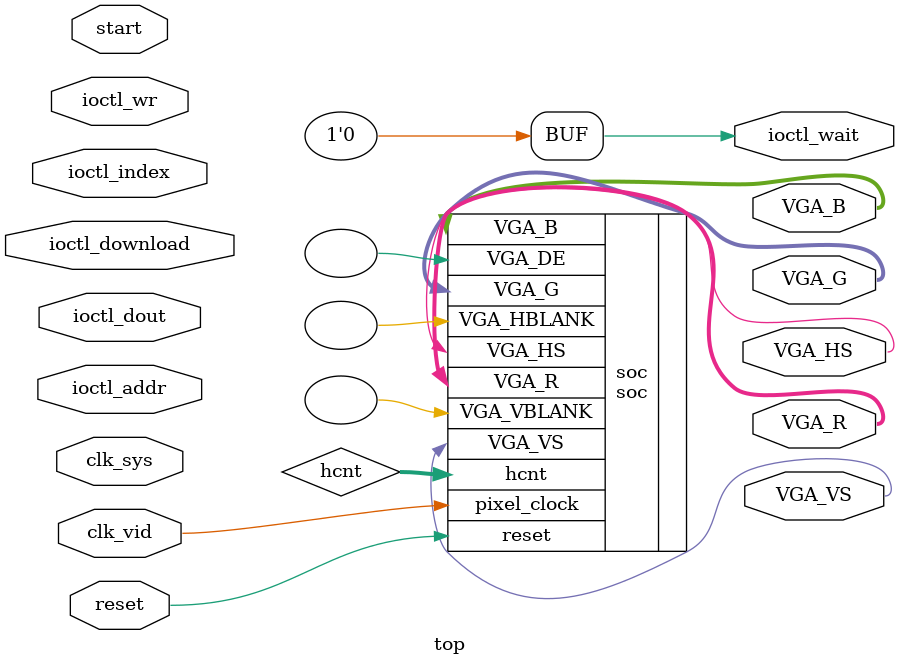
<source format=v>

`define USE_VGA
//`define USE_CGA

module top(VGA_R,VGA_B,VGA_G,VGA_HS,VGA_VS,reset,clk_sys,clk_vid,ioctl_download,ioctl_addr,ioctl_dout,ioctl_index,ioctl_wait,ioctl_wr,start);

   input clk_sys/*verilator public_flat*/;
   input clk_vid/*verilator public_flat*/;
   input reset/*verilator public_flat*/;

   output [7:0] VGA_R/*verilator public_flat*/;
   output [7:0] VGA_G/*verilator public_flat*/;
   output [7:0] VGA_B/*verilator public_flat*/;
   
   output VGA_HS;
   output VGA_VS;
   
   input        ioctl_download;
   input        ioctl_wr;
   input [24:0] ioctl_addr;
   input [7:0] ioctl_dout;
   input [7:0]  ioctl_index;
   output  reg     ioctl_wait=1'b0;
   input        start;
 
   

   
   //-------------------------------------------------------------------

wire cart_download = ioctl_download & (ioctl_index != 8'd0);
wire bios_download = ioctl_download & (ioctl_index == 8'd0);


reg old_cart_download;
reg initial_pause = 1'b1;

always @(posedge clk_sys) begin
	old_cart_download <= cart_download;
	if (old_cart_download & ~cart_download) initial_pause <= 1'b0;
end

////////////////////////////  HPS I/O  //////////////////////////////////

wire  [1:0] buttons;
wire [31:0] status;
wire        img_mounted;
wire        img_readonly;
wire [63:0] img_size;
wire        ioctl_download;
wire [24:0] ioctl_addr;
wire [7:0] ioctl_dout;
wire        ioctl_wr;
wire [7:0]  ioctl_index;

wire [15:0] joy0,joy1;

wire[9:0] hcnt;
soc soc (
   .reset(reset),
   .pixel_clock(clk_vid),
   .hcnt(hcnt),
   .VGA_HS(VGA_HS),
   .VGA_VS(VGA_VS),
   .VGA_R(VGA_R),
   .VGA_G(VGA_G),
   .VGA_B(VGA_B),
   .VGA_DE(),
   .VGA_HBLANK(),
   .VGA_VBLANK()
);

wire [7:0] ld;


////////////////////////////  MEMORY  ///////////////////////////////////
reg    [15:0]rom_a_two;
wire   [7:0]rom_d_two;

wave_sound wave_sound
(
        .I_CLK(clk_sys),
        .I_RSTn(~reset),
        .I_H_CNT(4'b0001), // used to interleave data reads
        .I_DMA_TRIG(start),
        .I_DMA_STOP(1'b0),
        .I_DMA_CHAN(3'b0), // 8 channels
        .I_DMA_ADDR(16'b0),
        .I_DMA_DATA(rom_d_two), // Data coming back from wave ROM
        .O_DMA_ADDR(rom_a_two), // output address to wave ROM
        .O_SND()
);

dpram_dc #(8,16) rom
(
        .clock_a(clk_sys),
        .wren_a(ioctl_wr),
        .address_a(ioctl_addr[15:0]),
        .data_a(ioctl_dout),
	.byteena_a(1'b1),
	.q_a(),

        .clock_b(clk_sys),
        .wren_b(),
	.data_b(),
        .address_b(rom_a_two),
	.byteena_b(1'b1),
        .q_b(rom_d_two)
);



endmodule // ff_cpu_test


</source>
